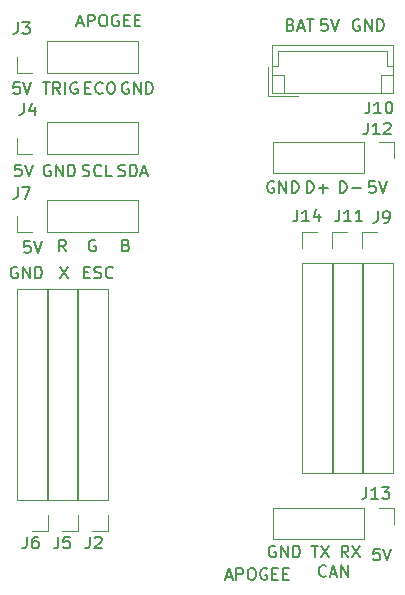
<source format=gbr>
%TF.GenerationSoftware,KiCad,Pcbnew,(6.0.2)*%
%TF.CreationDate,2022-10-19T14:49:45+05:30*%
%TF.ProjectId,header1,68656164-6572-4312-9e6b-696361645f70,rev?*%
%TF.SameCoordinates,Original*%
%TF.FileFunction,Legend,Top*%
%TF.FilePolarity,Positive*%
%FSLAX46Y46*%
G04 Gerber Fmt 4.6, Leading zero omitted, Abs format (unit mm)*
G04 Created by KiCad (PCBNEW (6.0.2)) date 2022-10-19 14:49:45*
%MOMM*%
%LPD*%
G01*
G04 APERTURE LIST*
%ADD10C,0.150000*%
%ADD11C,0.120000*%
G04 APERTURE END LIST*
D10*
X107394523Y-73461571D02*
X107727857Y-73461571D01*
X107870714Y-73985380D02*
X107394523Y-73985380D01*
X107394523Y-72985380D01*
X107870714Y-72985380D01*
X108251666Y-73937761D02*
X108394523Y-73985380D01*
X108632619Y-73985380D01*
X108727857Y-73937761D01*
X108775476Y-73890142D01*
X108823095Y-73794904D01*
X108823095Y-73699666D01*
X108775476Y-73604428D01*
X108727857Y-73556809D01*
X108632619Y-73509190D01*
X108442142Y-73461571D01*
X108346904Y-73413952D01*
X108299285Y-73366333D01*
X108251666Y-73271095D01*
X108251666Y-73175857D01*
X108299285Y-73080619D01*
X108346904Y-73033000D01*
X108442142Y-72985380D01*
X108680238Y-72985380D01*
X108823095Y-73033000D01*
X109823095Y-73890142D02*
X109775476Y-73937761D01*
X109632619Y-73985380D01*
X109537380Y-73985380D01*
X109394523Y-73937761D01*
X109299285Y-73842523D01*
X109251666Y-73747285D01*
X109204047Y-73556809D01*
X109204047Y-73413952D01*
X109251666Y-73223476D01*
X109299285Y-73128238D01*
X109394523Y-73033000D01*
X109537380Y-72985380D01*
X109632619Y-72985380D01*
X109775476Y-73033000D01*
X109823095Y-73080619D01*
X107473904Y-57840571D02*
X107807238Y-57840571D01*
X107950095Y-58364380D02*
X107473904Y-58364380D01*
X107473904Y-57364380D01*
X107950095Y-57364380D01*
X108950095Y-58269142D02*
X108902476Y-58316761D01*
X108759619Y-58364380D01*
X108664380Y-58364380D01*
X108521523Y-58316761D01*
X108426285Y-58221523D01*
X108378666Y-58126285D01*
X108331047Y-57935809D01*
X108331047Y-57792952D01*
X108378666Y-57602476D01*
X108426285Y-57507238D01*
X108521523Y-57412000D01*
X108664380Y-57364380D01*
X108759619Y-57364380D01*
X108902476Y-57412000D01*
X108950095Y-57459619D01*
X109569142Y-57364380D02*
X109759619Y-57364380D01*
X109854857Y-57412000D01*
X109950095Y-57507238D01*
X109997714Y-57697714D01*
X109997714Y-58031047D01*
X109950095Y-58221523D01*
X109854857Y-58316761D01*
X109759619Y-58364380D01*
X109569142Y-58364380D01*
X109473904Y-58316761D01*
X109378666Y-58221523D01*
X109331047Y-58031047D01*
X109331047Y-57697714D01*
X109378666Y-57507238D01*
X109473904Y-57412000D01*
X109569142Y-57364380D01*
X132397523Y-96861380D02*
X131921333Y-96861380D01*
X131873714Y-97337571D01*
X131921333Y-97289952D01*
X132016571Y-97242333D01*
X132254666Y-97242333D01*
X132349904Y-97289952D01*
X132397523Y-97337571D01*
X132445142Y-97432809D01*
X132445142Y-97670904D01*
X132397523Y-97766142D01*
X132349904Y-97813761D01*
X132254666Y-97861380D01*
X132016571Y-97861380D01*
X131921333Y-97813761D01*
X131873714Y-97766142D01*
X132730857Y-96861380D02*
X133064190Y-97861380D01*
X133397523Y-96861380D01*
X130683095Y-52078000D02*
X130587857Y-52030380D01*
X130445000Y-52030380D01*
X130302142Y-52078000D01*
X130206904Y-52173238D01*
X130159285Y-52268476D01*
X130111666Y-52458952D01*
X130111666Y-52601809D01*
X130159285Y-52792285D01*
X130206904Y-52887523D01*
X130302142Y-52982761D01*
X130445000Y-53030380D01*
X130540238Y-53030380D01*
X130683095Y-52982761D01*
X130730714Y-52935142D01*
X130730714Y-52601809D01*
X130540238Y-52601809D01*
X131159285Y-53030380D02*
X131159285Y-52030380D01*
X131730714Y-53030380D01*
X131730714Y-52030380D01*
X132206904Y-53030380D02*
X132206904Y-52030380D01*
X132445000Y-52030380D01*
X132587857Y-52078000D01*
X132683095Y-52173238D01*
X132730714Y-52268476D01*
X132778333Y-52458952D01*
X132778333Y-52601809D01*
X132730714Y-52792285D01*
X132683095Y-52887523D01*
X132587857Y-52982761D01*
X132445000Y-53030380D01*
X132206904Y-53030380D01*
X127952523Y-52030380D02*
X127476333Y-52030380D01*
X127428714Y-52506571D01*
X127476333Y-52458952D01*
X127571571Y-52411333D01*
X127809666Y-52411333D01*
X127904904Y-52458952D01*
X127952523Y-52506571D01*
X128000142Y-52601809D01*
X128000142Y-52839904D01*
X127952523Y-52935142D01*
X127904904Y-52982761D01*
X127809666Y-53030380D01*
X127571571Y-53030380D01*
X127476333Y-52982761D01*
X127428714Y-52935142D01*
X128285857Y-52030380D02*
X128619190Y-53030380D01*
X128952523Y-52030380D01*
X110942428Y-71175571D02*
X111085285Y-71223190D01*
X111132904Y-71270809D01*
X111180523Y-71366047D01*
X111180523Y-71508904D01*
X111132904Y-71604142D01*
X111085285Y-71651761D01*
X110990047Y-71699380D01*
X110609095Y-71699380D01*
X110609095Y-70699380D01*
X110942428Y-70699380D01*
X111037666Y-70747000D01*
X111085285Y-70794619D01*
X111132904Y-70889857D01*
X111132904Y-70985095D01*
X111085285Y-71080333D01*
X111037666Y-71127952D01*
X110942428Y-71175571D01*
X110609095Y-71175571D01*
X106807333Y-52363666D02*
X107283523Y-52363666D01*
X106712095Y-52649380D02*
X107045428Y-51649380D01*
X107378761Y-52649380D01*
X107712095Y-52649380D02*
X107712095Y-51649380D01*
X108093047Y-51649380D01*
X108188285Y-51697000D01*
X108235904Y-51744619D01*
X108283523Y-51839857D01*
X108283523Y-51982714D01*
X108235904Y-52077952D01*
X108188285Y-52125571D01*
X108093047Y-52173190D01*
X107712095Y-52173190D01*
X108902571Y-51649380D02*
X109093047Y-51649380D01*
X109188285Y-51697000D01*
X109283523Y-51792238D01*
X109331142Y-51982714D01*
X109331142Y-52316047D01*
X109283523Y-52506523D01*
X109188285Y-52601761D01*
X109093047Y-52649380D01*
X108902571Y-52649380D01*
X108807333Y-52601761D01*
X108712095Y-52506523D01*
X108664476Y-52316047D01*
X108664476Y-51982714D01*
X108712095Y-51792238D01*
X108807333Y-51697000D01*
X108902571Y-51649380D01*
X110283523Y-51697000D02*
X110188285Y-51649380D01*
X110045428Y-51649380D01*
X109902571Y-51697000D01*
X109807333Y-51792238D01*
X109759714Y-51887476D01*
X109712095Y-52077952D01*
X109712095Y-52220809D01*
X109759714Y-52411285D01*
X109807333Y-52506523D01*
X109902571Y-52601761D01*
X110045428Y-52649380D01*
X110140666Y-52649380D01*
X110283523Y-52601761D01*
X110331142Y-52554142D01*
X110331142Y-52220809D01*
X110140666Y-52220809D01*
X110759714Y-52125571D02*
X111093047Y-52125571D01*
X111235904Y-52649380D02*
X110759714Y-52649380D01*
X110759714Y-51649380D01*
X111235904Y-51649380D01*
X111664476Y-52125571D02*
X111997809Y-52125571D01*
X112140666Y-52649380D02*
X111664476Y-52649380D01*
X111664476Y-51649380D01*
X112140666Y-51649380D01*
X102044523Y-64349380D02*
X101568333Y-64349380D01*
X101520714Y-64825571D01*
X101568333Y-64777952D01*
X101663571Y-64730333D01*
X101901666Y-64730333D01*
X101996904Y-64777952D01*
X102044523Y-64825571D01*
X102092142Y-64920809D01*
X102092142Y-65158904D01*
X102044523Y-65254142D01*
X101996904Y-65301761D01*
X101901666Y-65349380D01*
X101663571Y-65349380D01*
X101568333Y-65301761D01*
X101520714Y-65254142D01*
X102377857Y-64349380D02*
X102711190Y-65349380D01*
X103044523Y-64349380D01*
X123571095Y-96655000D02*
X123475857Y-96607380D01*
X123333000Y-96607380D01*
X123190142Y-96655000D01*
X123094904Y-96750238D01*
X123047285Y-96845476D01*
X122999666Y-97035952D01*
X122999666Y-97178809D01*
X123047285Y-97369285D01*
X123094904Y-97464523D01*
X123190142Y-97559761D01*
X123333000Y-97607380D01*
X123428238Y-97607380D01*
X123571095Y-97559761D01*
X123618714Y-97512142D01*
X123618714Y-97178809D01*
X123428238Y-97178809D01*
X124047285Y-97607380D02*
X124047285Y-96607380D01*
X124618714Y-97607380D01*
X124618714Y-96607380D01*
X125094904Y-97607380D02*
X125094904Y-96607380D01*
X125333000Y-96607380D01*
X125475857Y-96655000D01*
X125571095Y-96750238D01*
X125618714Y-96845476D01*
X125666333Y-97035952D01*
X125666333Y-97178809D01*
X125618714Y-97369285D01*
X125571095Y-97464523D01*
X125475857Y-97559761D01*
X125333000Y-97607380D01*
X125094904Y-97607380D01*
X105846523Y-71699380D02*
X105513190Y-71223190D01*
X105275095Y-71699380D02*
X105275095Y-70699380D01*
X105656047Y-70699380D01*
X105751285Y-70747000D01*
X105798904Y-70794619D01*
X105846523Y-70889857D01*
X105846523Y-71032714D01*
X105798904Y-71127952D01*
X105751285Y-71175571D01*
X105656047Y-71223190D01*
X105275095Y-71223190D01*
X111125095Y-57412000D02*
X111029857Y-57364380D01*
X110887000Y-57364380D01*
X110744142Y-57412000D01*
X110648904Y-57507238D01*
X110601285Y-57602476D01*
X110553666Y-57792952D01*
X110553666Y-57935809D01*
X110601285Y-58126285D01*
X110648904Y-58221523D01*
X110744142Y-58316761D01*
X110887000Y-58364380D01*
X110982238Y-58364380D01*
X111125095Y-58316761D01*
X111172714Y-58269142D01*
X111172714Y-57935809D01*
X110982238Y-57935809D01*
X111601285Y-58364380D02*
X111601285Y-57364380D01*
X112172714Y-58364380D01*
X112172714Y-57364380D01*
X112648904Y-58364380D02*
X112648904Y-57364380D01*
X112887000Y-57364380D01*
X113029857Y-57412000D01*
X113125095Y-57507238D01*
X113172714Y-57602476D01*
X113220333Y-57792952D01*
X113220333Y-57935809D01*
X113172714Y-58126285D01*
X113125095Y-58221523D01*
X113029857Y-58316761D01*
X112887000Y-58364380D01*
X112648904Y-58364380D01*
X127881142Y-99163142D02*
X127833523Y-99210761D01*
X127690666Y-99258380D01*
X127595428Y-99258380D01*
X127452571Y-99210761D01*
X127357333Y-99115523D01*
X127309714Y-99020285D01*
X127262095Y-98829809D01*
X127262095Y-98686952D01*
X127309714Y-98496476D01*
X127357333Y-98401238D01*
X127452571Y-98306000D01*
X127595428Y-98258380D01*
X127690666Y-98258380D01*
X127833523Y-98306000D01*
X127881142Y-98353619D01*
X128262095Y-98972666D02*
X128738285Y-98972666D01*
X128166857Y-99258380D02*
X128500190Y-98258380D01*
X128833523Y-99258380D01*
X129166857Y-99258380D02*
X129166857Y-98258380D01*
X129738285Y-99258380D01*
X129738285Y-98258380D01*
X103886190Y-57364380D02*
X104457619Y-57364380D01*
X104171904Y-58364380D02*
X104171904Y-57364380D01*
X105362380Y-58364380D02*
X105029047Y-57888190D01*
X104790952Y-58364380D02*
X104790952Y-57364380D01*
X105171904Y-57364380D01*
X105267142Y-57412000D01*
X105314761Y-57459619D01*
X105362380Y-57554857D01*
X105362380Y-57697714D01*
X105314761Y-57792952D01*
X105267142Y-57840571D01*
X105171904Y-57888190D01*
X104790952Y-57888190D01*
X105790952Y-58364380D02*
X105790952Y-57364380D01*
X106790952Y-57412000D02*
X106695714Y-57364380D01*
X106552857Y-57364380D01*
X106410000Y-57412000D01*
X106314761Y-57507238D01*
X106267142Y-57602476D01*
X106219523Y-57792952D01*
X106219523Y-57935809D01*
X106267142Y-58126285D01*
X106314761Y-58221523D01*
X106410000Y-58316761D01*
X106552857Y-58364380D01*
X106648095Y-58364380D01*
X106790952Y-58316761D01*
X106838571Y-58269142D01*
X106838571Y-57935809D01*
X106648095Y-57935809D01*
X104521095Y-64397000D02*
X104425857Y-64349380D01*
X104283000Y-64349380D01*
X104140142Y-64397000D01*
X104044904Y-64492238D01*
X103997285Y-64587476D01*
X103949666Y-64777952D01*
X103949666Y-64920809D01*
X103997285Y-65111285D01*
X104044904Y-65206523D01*
X104140142Y-65301761D01*
X104283000Y-65349380D01*
X104378238Y-65349380D01*
X104521095Y-65301761D01*
X104568714Y-65254142D01*
X104568714Y-64920809D01*
X104378238Y-64920809D01*
X104997285Y-65349380D02*
X104997285Y-64349380D01*
X105568714Y-65349380D01*
X105568714Y-64349380D01*
X106044904Y-65349380D02*
X106044904Y-64349380D01*
X106283000Y-64349380D01*
X106425857Y-64397000D01*
X106521095Y-64492238D01*
X106568714Y-64587476D01*
X106616333Y-64777952D01*
X106616333Y-64920809D01*
X106568714Y-65111285D01*
X106521095Y-65206523D01*
X106425857Y-65301761D01*
X106283000Y-65349380D01*
X106044904Y-65349380D01*
X126246047Y-66746380D02*
X126246047Y-65746380D01*
X126484142Y-65746380D01*
X126627000Y-65794000D01*
X126722238Y-65889238D01*
X126769857Y-65984476D01*
X126817476Y-66174952D01*
X126817476Y-66317809D01*
X126769857Y-66508285D01*
X126722238Y-66603523D01*
X126627000Y-66698761D01*
X126484142Y-66746380D01*
X126246047Y-66746380D01*
X127246047Y-66365428D02*
X128007952Y-66365428D01*
X127627000Y-66746380D02*
X127627000Y-65984476D01*
X101727095Y-73033000D02*
X101631857Y-72985380D01*
X101489000Y-72985380D01*
X101346142Y-73033000D01*
X101250904Y-73128238D01*
X101203285Y-73223476D01*
X101155666Y-73413952D01*
X101155666Y-73556809D01*
X101203285Y-73747285D01*
X101250904Y-73842523D01*
X101346142Y-73937761D01*
X101489000Y-73985380D01*
X101584238Y-73985380D01*
X101727095Y-73937761D01*
X101774714Y-73890142D01*
X101774714Y-73556809D01*
X101584238Y-73556809D01*
X102203285Y-73985380D02*
X102203285Y-72985380D01*
X102774714Y-73985380D01*
X102774714Y-72985380D01*
X103250904Y-73985380D02*
X103250904Y-72985380D01*
X103489000Y-72985380D01*
X103631857Y-73033000D01*
X103727095Y-73128238D01*
X103774714Y-73223476D01*
X103822333Y-73413952D01*
X103822333Y-73556809D01*
X103774714Y-73747285D01*
X103727095Y-73842523D01*
X103631857Y-73937761D01*
X103489000Y-73985380D01*
X103250904Y-73985380D01*
X110291714Y-65301761D02*
X110434571Y-65349380D01*
X110672666Y-65349380D01*
X110767904Y-65301761D01*
X110815523Y-65254142D01*
X110863142Y-65158904D01*
X110863142Y-65063666D01*
X110815523Y-64968428D01*
X110767904Y-64920809D01*
X110672666Y-64873190D01*
X110482190Y-64825571D01*
X110386952Y-64777952D01*
X110339333Y-64730333D01*
X110291714Y-64635095D01*
X110291714Y-64539857D01*
X110339333Y-64444619D01*
X110386952Y-64397000D01*
X110482190Y-64349380D01*
X110720285Y-64349380D01*
X110863142Y-64397000D01*
X111291714Y-65349380D02*
X111291714Y-64349380D01*
X111529809Y-64349380D01*
X111672666Y-64397000D01*
X111767904Y-64492238D01*
X111815523Y-64587476D01*
X111863142Y-64777952D01*
X111863142Y-64920809D01*
X111815523Y-65111285D01*
X111767904Y-65206523D01*
X111672666Y-65301761D01*
X111529809Y-65349380D01*
X111291714Y-65349380D01*
X112244095Y-65063666D02*
X112720285Y-65063666D01*
X112148857Y-65349380D02*
X112482190Y-64349380D01*
X112815523Y-65349380D01*
X132016523Y-65746380D02*
X131540333Y-65746380D01*
X131492714Y-66222571D01*
X131540333Y-66174952D01*
X131635571Y-66127333D01*
X131873666Y-66127333D01*
X131968904Y-66174952D01*
X132016523Y-66222571D01*
X132064142Y-66317809D01*
X132064142Y-66555904D01*
X132016523Y-66651142D01*
X131968904Y-66698761D01*
X131873666Y-66746380D01*
X131635571Y-66746380D01*
X131540333Y-66698761D01*
X131492714Y-66651142D01*
X132349857Y-65746380D02*
X132683190Y-66746380D01*
X133016523Y-65746380D01*
X129754333Y-97607380D02*
X129421000Y-97131190D01*
X129182904Y-97607380D02*
X129182904Y-96607380D01*
X129563857Y-96607380D01*
X129659095Y-96655000D01*
X129706714Y-96702619D01*
X129754333Y-96797857D01*
X129754333Y-96940714D01*
X129706714Y-97035952D01*
X129659095Y-97083571D01*
X129563857Y-97131190D01*
X129182904Y-97131190D01*
X130087666Y-96607380D02*
X130754333Y-97607380D01*
X130754333Y-96607380D02*
X130087666Y-97607380D01*
X124864904Y-52506571D02*
X125007761Y-52554190D01*
X125055380Y-52601809D01*
X125103000Y-52697047D01*
X125103000Y-52839904D01*
X125055380Y-52935142D01*
X125007761Y-52982761D01*
X124912523Y-53030380D01*
X124531571Y-53030380D01*
X124531571Y-52030380D01*
X124864904Y-52030380D01*
X124960142Y-52078000D01*
X125007761Y-52125619D01*
X125055380Y-52220857D01*
X125055380Y-52316095D01*
X125007761Y-52411333D01*
X124960142Y-52458952D01*
X124864904Y-52506571D01*
X124531571Y-52506571D01*
X125483952Y-52744666D02*
X125960142Y-52744666D01*
X125388714Y-53030380D02*
X125722047Y-52030380D01*
X126055380Y-53030380D01*
X126245857Y-52030380D02*
X126817285Y-52030380D01*
X126531571Y-53030380D02*
X126531571Y-52030380D01*
X108338904Y-70747000D02*
X108243666Y-70699380D01*
X108100809Y-70699380D01*
X107957952Y-70747000D01*
X107862714Y-70842238D01*
X107815095Y-70937476D01*
X107767476Y-71127952D01*
X107767476Y-71270809D01*
X107815095Y-71461285D01*
X107862714Y-71556523D01*
X107957952Y-71651761D01*
X108100809Y-71699380D01*
X108196047Y-71699380D01*
X108338904Y-71651761D01*
X108386523Y-71604142D01*
X108386523Y-71270809D01*
X108196047Y-71270809D01*
X126619095Y-96607380D02*
X127190523Y-96607380D01*
X126904809Y-97607380D02*
X126904809Y-96607380D01*
X127428619Y-96607380D02*
X128095285Y-97607380D01*
X128095285Y-96607380D02*
X127428619Y-97607380D01*
X102806523Y-70826380D02*
X102330333Y-70826380D01*
X102282714Y-71302571D01*
X102330333Y-71254952D01*
X102425571Y-71207333D01*
X102663666Y-71207333D01*
X102758904Y-71254952D01*
X102806523Y-71302571D01*
X102854142Y-71397809D01*
X102854142Y-71635904D01*
X102806523Y-71731142D01*
X102758904Y-71778761D01*
X102663666Y-71826380D01*
X102425571Y-71826380D01*
X102330333Y-71778761D01*
X102282714Y-71731142D01*
X103139857Y-70826380D02*
X103473190Y-71826380D01*
X103806523Y-70826380D01*
X119380333Y-99226666D02*
X119856523Y-99226666D01*
X119285095Y-99512380D02*
X119618428Y-98512380D01*
X119951761Y-99512380D01*
X120285095Y-99512380D02*
X120285095Y-98512380D01*
X120666047Y-98512380D01*
X120761285Y-98560000D01*
X120808904Y-98607619D01*
X120856523Y-98702857D01*
X120856523Y-98845714D01*
X120808904Y-98940952D01*
X120761285Y-98988571D01*
X120666047Y-99036190D01*
X120285095Y-99036190D01*
X121475571Y-98512380D02*
X121666047Y-98512380D01*
X121761285Y-98560000D01*
X121856523Y-98655238D01*
X121904142Y-98845714D01*
X121904142Y-99179047D01*
X121856523Y-99369523D01*
X121761285Y-99464761D01*
X121666047Y-99512380D01*
X121475571Y-99512380D01*
X121380333Y-99464761D01*
X121285095Y-99369523D01*
X121237476Y-99179047D01*
X121237476Y-98845714D01*
X121285095Y-98655238D01*
X121380333Y-98560000D01*
X121475571Y-98512380D01*
X122856523Y-98560000D02*
X122761285Y-98512380D01*
X122618428Y-98512380D01*
X122475571Y-98560000D01*
X122380333Y-98655238D01*
X122332714Y-98750476D01*
X122285095Y-98940952D01*
X122285095Y-99083809D01*
X122332714Y-99274285D01*
X122380333Y-99369523D01*
X122475571Y-99464761D01*
X122618428Y-99512380D01*
X122713666Y-99512380D01*
X122856523Y-99464761D01*
X122904142Y-99417142D01*
X122904142Y-99083809D01*
X122713666Y-99083809D01*
X123332714Y-98988571D02*
X123666047Y-98988571D01*
X123808904Y-99512380D02*
X123332714Y-99512380D01*
X123332714Y-98512380D01*
X123808904Y-98512380D01*
X124237476Y-98988571D02*
X124570809Y-98988571D01*
X124713666Y-99512380D02*
X124237476Y-99512380D01*
X124237476Y-98512380D01*
X124713666Y-98512380D01*
X105330666Y-72985380D02*
X105997333Y-73985380D01*
X105997333Y-72985380D02*
X105330666Y-73985380D01*
X107267523Y-65301761D02*
X107410380Y-65349380D01*
X107648476Y-65349380D01*
X107743714Y-65301761D01*
X107791333Y-65254142D01*
X107838952Y-65158904D01*
X107838952Y-65063666D01*
X107791333Y-64968428D01*
X107743714Y-64920809D01*
X107648476Y-64873190D01*
X107458000Y-64825571D01*
X107362761Y-64777952D01*
X107315142Y-64730333D01*
X107267523Y-64635095D01*
X107267523Y-64539857D01*
X107315142Y-64444619D01*
X107362761Y-64397000D01*
X107458000Y-64349380D01*
X107696095Y-64349380D01*
X107838952Y-64397000D01*
X108838952Y-65254142D02*
X108791333Y-65301761D01*
X108648476Y-65349380D01*
X108553238Y-65349380D01*
X108410380Y-65301761D01*
X108315142Y-65206523D01*
X108267523Y-65111285D01*
X108219904Y-64920809D01*
X108219904Y-64777952D01*
X108267523Y-64587476D01*
X108315142Y-64492238D01*
X108410380Y-64397000D01*
X108553238Y-64349380D01*
X108648476Y-64349380D01*
X108791333Y-64397000D01*
X108838952Y-64444619D01*
X109743714Y-65349380D02*
X109267523Y-65349380D01*
X109267523Y-64349380D01*
X129040047Y-66746380D02*
X129040047Y-65746380D01*
X129278142Y-65746380D01*
X129421000Y-65794000D01*
X129516238Y-65889238D01*
X129563857Y-65984476D01*
X129611476Y-66174952D01*
X129611476Y-66317809D01*
X129563857Y-66508285D01*
X129516238Y-66603523D01*
X129421000Y-66698761D01*
X129278142Y-66746380D01*
X129040047Y-66746380D01*
X130040047Y-66365428D02*
X130801952Y-66365428D01*
X101917523Y-57364380D02*
X101441333Y-57364380D01*
X101393714Y-57840571D01*
X101441333Y-57792952D01*
X101536571Y-57745333D01*
X101774666Y-57745333D01*
X101869904Y-57792952D01*
X101917523Y-57840571D01*
X101965142Y-57935809D01*
X101965142Y-58173904D01*
X101917523Y-58269142D01*
X101869904Y-58316761D01*
X101774666Y-58364380D01*
X101536571Y-58364380D01*
X101441333Y-58316761D01*
X101393714Y-58269142D01*
X102250857Y-57364380D02*
X102584190Y-58364380D01*
X102917523Y-57364380D01*
X123444095Y-65794000D02*
X123348857Y-65746380D01*
X123206000Y-65746380D01*
X123063142Y-65794000D01*
X122967904Y-65889238D01*
X122920285Y-65984476D01*
X122872666Y-66174952D01*
X122872666Y-66317809D01*
X122920285Y-66508285D01*
X122967904Y-66603523D01*
X123063142Y-66698761D01*
X123206000Y-66746380D01*
X123301238Y-66746380D01*
X123444095Y-66698761D01*
X123491714Y-66651142D01*
X123491714Y-66317809D01*
X123301238Y-66317809D01*
X123920285Y-66746380D02*
X123920285Y-65746380D01*
X124491714Y-66746380D01*
X124491714Y-65746380D01*
X124967904Y-66746380D02*
X124967904Y-65746380D01*
X125206000Y-65746380D01*
X125348857Y-65794000D01*
X125444095Y-65889238D01*
X125491714Y-65984476D01*
X125539333Y-66174952D01*
X125539333Y-66317809D01*
X125491714Y-66508285D01*
X125444095Y-66603523D01*
X125348857Y-66698761D01*
X125206000Y-66746380D01*
X124967904Y-66746380D01*
%TO.C,J13*%
X131270476Y-91654380D02*
X131270476Y-92368666D01*
X131222857Y-92511523D01*
X131127619Y-92606761D01*
X130984761Y-92654380D01*
X130889523Y-92654380D01*
X132270476Y-92654380D02*
X131699047Y-92654380D01*
X131984761Y-92654380D02*
X131984761Y-91654380D01*
X131889523Y-91797238D01*
X131794285Y-91892476D01*
X131699047Y-91940095D01*
X132603809Y-91654380D02*
X133222857Y-91654380D01*
X132889523Y-92035333D01*
X133032380Y-92035333D01*
X133127619Y-92082952D01*
X133175238Y-92130571D01*
X133222857Y-92225809D01*
X133222857Y-92463904D01*
X133175238Y-92559142D01*
X133127619Y-92606761D01*
X133032380Y-92654380D01*
X132746666Y-92654380D01*
X132651428Y-92606761D01*
X132603809Y-92559142D01*
%TO.C,J7*%
X101774666Y-66254380D02*
X101774666Y-66968666D01*
X101727047Y-67111523D01*
X101631809Y-67206761D01*
X101488952Y-67254380D01*
X101393714Y-67254380D01*
X102155619Y-66254380D02*
X102822285Y-66254380D01*
X102393714Y-67254380D01*
%TO.C,J11*%
X128984476Y-68159380D02*
X128984476Y-68873666D01*
X128936857Y-69016523D01*
X128841619Y-69111761D01*
X128698761Y-69159380D01*
X128603523Y-69159380D01*
X129984476Y-69159380D02*
X129413047Y-69159380D01*
X129698761Y-69159380D02*
X129698761Y-68159380D01*
X129603523Y-68302238D01*
X129508285Y-68397476D01*
X129413047Y-68445095D01*
X130936857Y-69159380D02*
X130365428Y-69159380D01*
X130651142Y-69159380D02*
X130651142Y-68159380D01*
X130555904Y-68302238D01*
X130460666Y-68397476D01*
X130365428Y-68445095D01*
%TO.C,J12*%
X131397476Y-60793380D02*
X131397476Y-61507666D01*
X131349857Y-61650523D01*
X131254619Y-61745761D01*
X131111761Y-61793380D01*
X131016523Y-61793380D01*
X132397476Y-61793380D02*
X131826047Y-61793380D01*
X132111761Y-61793380D02*
X132111761Y-60793380D01*
X132016523Y-60936238D01*
X131921285Y-61031476D01*
X131826047Y-61079095D01*
X132778428Y-60888619D02*
X132826047Y-60841000D01*
X132921285Y-60793380D01*
X133159380Y-60793380D01*
X133254619Y-60841000D01*
X133302238Y-60888619D01*
X133349857Y-60983857D01*
X133349857Y-61079095D01*
X133302238Y-61221952D01*
X132730809Y-61793380D01*
X133349857Y-61793380D01*
%TO.C,J3*%
X101774666Y-52284380D02*
X101774666Y-52998666D01*
X101727047Y-53141523D01*
X101631809Y-53236761D01*
X101488952Y-53284380D01*
X101393714Y-53284380D01*
X102155619Y-52284380D02*
X102774666Y-52284380D01*
X102441333Y-52665333D01*
X102584190Y-52665333D01*
X102679428Y-52712952D01*
X102727047Y-52760571D01*
X102774666Y-52855809D01*
X102774666Y-53093904D01*
X102727047Y-53189142D01*
X102679428Y-53236761D01*
X102584190Y-53284380D01*
X102298476Y-53284380D01*
X102203238Y-53236761D01*
X102155619Y-53189142D01*
%TO.C,J10*%
X131524476Y-59015380D02*
X131524476Y-59729666D01*
X131476857Y-59872523D01*
X131381619Y-59967761D01*
X131238761Y-60015380D01*
X131143523Y-60015380D01*
X132524476Y-60015380D02*
X131953047Y-60015380D01*
X132238761Y-60015380D02*
X132238761Y-59015380D01*
X132143523Y-59158238D01*
X132048285Y-59253476D01*
X131953047Y-59301095D01*
X133143523Y-59015380D02*
X133238761Y-59015380D01*
X133334000Y-59063000D01*
X133381619Y-59110619D01*
X133429238Y-59205857D01*
X133476857Y-59396333D01*
X133476857Y-59634428D01*
X133429238Y-59824904D01*
X133381619Y-59920142D01*
X133334000Y-59967761D01*
X133238761Y-60015380D01*
X133143523Y-60015380D01*
X133048285Y-59967761D01*
X133000666Y-59920142D01*
X132953047Y-59824904D01*
X132905428Y-59634428D01*
X132905428Y-59396333D01*
X132953047Y-59205857D01*
X133000666Y-59110619D01*
X133048285Y-59063000D01*
X133143523Y-59015380D01*
%TO.C,J2*%
X107870666Y-95845380D02*
X107870666Y-96559666D01*
X107823047Y-96702523D01*
X107727809Y-96797761D01*
X107584952Y-96845380D01*
X107489714Y-96845380D01*
X108299238Y-95940619D02*
X108346857Y-95893000D01*
X108442095Y-95845380D01*
X108680190Y-95845380D01*
X108775428Y-95893000D01*
X108823047Y-95940619D01*
X108870666Y-96035857D01*
X108870666Y-96131095D01*
X108823047Y-96273952D01*
X108251619Y-96845380D01*
X108870666Y-96845380D01*
%TO.C,J6*%
X102536666Y-95845380D02*
X102536666Y-96559666D01*
X102489047Y-96702523D01*
X102393809Y-96797761D01*
X102250952Y-96845380D01*
X102155714Y-96845380D01*
X103441428Y-95845380D02*
X103250952Y-95845380D01*
X103155714Y-95893000D01*
X103108095Y-95940619D01*
X103012857Y-96083476D01*
X102965238Y-96273952D01*
X102965238Y-96654904D01*
X103012857Y-96750142D01*
X103060476Y-96797761D01*
X103155714Y-96845380D01*
X103346190Y-96845380D01*
X103441428Y-96797761D01*
X103489047Y-96750142D01*
X103536666Y-96654904D01*
X103536666Y-96416809D01*
X103489047Y-96321571D01*
X103441428Y-96273952D01*
X103346190Y-96226333D01*
X103155714Y-96226333D01*
X103060476Y-96273952D01*
X103012857Y-96321571D01*
X102965238Y-96416809D01*
%TO.C,J14*%
X125428476Y-68159380D02*
X125428476Y-68873666D01*
X125380857Y-69016523D01*
X125285619Y-69111761D01*
X125142761Y-69159380D01*
X125047523Y-69159380D01*
X126428476Y-69159380D02*
X125857047Y-69159380D01*
X126142761Y-69159380D02*
X126142761Y-68159380D01*
X126047523Y-68302238D01*
X125952285Y-68397476D01*
X125857047Y-68445095D01*
X127285619Y-68492714D02*
X127285619Y-69159380D01*
X127047523Y-68111761D02*
X126809428Y-68826047D01*
X127428476Y-68826047D01*
%TO.C,J4*%
X102282666Y-59142380D02*
X102282666Y-59856666D01*
X102235047Y-59999523D01*
X102139809Y-60094761D01*
X101996952Y-60142380D01*
X101901714Y-60142380D01*
X103187428Y-59475714D02*
X103187428Y-60142380D01*
X102949333Y-59094761D02*
X102711238Y-59809047D01*
X103330285Y-59809047D01*
%TO.C,J5*%
X105203666Y-95845380D02*
X105203666Y-96559666D01*
X105156047Y-96702523D01*
X105060809Y-96797761D01*
X104917952Y-96845380D01*
X104822714Y-96845380D01*
X106156047Y-95845380D02*
X105679857Y-95845380D01*
X105632238Y-96321571D01*
X105679857Y-96273952D01*
X105775095Y-96226333D01*
X106013190Y-96226333D01*
X106108428Y-96273952D01*
X106156047Y-96321571D01*
X106203666Y-96416809D01*
X106203666Y-96654904D01*
X106156047Y-96750142D01*
X106108428Y-96797761D01*
X106013190Y-96845380D01*
X105775095Y-96845380D01*
X105679857Y-96797761D01*
X105632238Y-96750142D01*
%TO.C,J9*%
X132254666Y-68286380D02*
X132254666Y-69000666D01*
X132207047Y-69143523D01*
X132111809Y-69238761D01*
X131968952Y-69286380D01*
X131873714Y-69286380D01*
X132778476Y-69286380D02*
X132968952Y-69286380D01*
X133064190Y-69238761D01*
X133111809Y-69191142D01*
X133207047Y-69048285D01*
X133254666Y-68857809D01*
X133254666Y-68476857D01*
X133207047Y-68381619D01*
X133159428Y-68334000D01*
X133064190Y-68286380D01*
X132873714Y-68286380D01*
X132778476Y-68334000D01*
X132730857Y-68381619D01*
X132683238Y-68476857D01*
X132683238Y-68714952D01*
X132730857Y-68810190D01*
X132778476Y-68857809D01*
X132873714Y-68905428D01*
X133064190Y-68905428D01*
X133159428Y-68857809D01*
X133207047Y-68810190D01*
X133254666Y-68714952D01*
D11*
%TO.C,J13*%
X133654000Y-93412000D02*
X133654000Y-94742000D01*
X132324000Y-93412000D02*
X133654000Y-93412000D01*
X123374000Y-93412000D02*
X123374000Y-96072000D01*
X131054000Y-93412000D02*
X131054000Y-96072000D01*
X131054000Y-93412000D02*
X123374000Y-93412000D01*
X131054000Y-96072000D02*
X123374000Y-96072000D01*
%TO.C,J7*%
X104270000Y-70037000D02*
X104270000Y-67377000D01*
X101670000Y-70037000D02*
X101670000Y-68707000D01*
X104270000Y-70037000D02*
X111950000Y-70037000D01*
X111950000Y-70037000D02*
X111950000Y-67377000D01*
X103000000Y-70037000D02*
X101670000Y-70037000D01*
X104270000Y-67377000D02*
X111950000Y-67377000D01*
%TO.C,J11*%
X130997000Y-72644000D02*
X130997000Y-90484000D01*
X128337000Y-72644000D02*
X130997000Y-72644000D01*
X128337000Y-90484000D02*
X130997000Y-90484000D01*
X128337000Y-71374000D02*
X128337000Y-70044000D01*
X128337000Y-72644000D02*
X128337000Y-90484000D01*
X128337000Y-70044000D02*
X129667000Y-70044000D01*
%TO.C,J12*%
X131054000Y-62424000D02*
X131054000Y-65084000D01*
X132324000Y-62424000D02*
X133654000Y-62424000D01*
X131054000Y-62424000D02*
X123374000Y-62424000D01*
X133654000Y-62424000D02*
X133654000Y-63754000D01*
X131054000Y-65084000D02*
X123374000Y-65084000D01*
X123374000Y-62424000D02*
X123374000Y-65084000D01*
%TO.C,J3*%
X103000000Y-56575000D02*
X101670000Y-56575000D01*
X104270000Y-53915000D02*
X111950000Y-53915000D01*
X104270000Y-56575000D02*
X111950000Y-56575000D01*
X111950000Y-56575000D02*
X111950000Y-53915000D01*
X101670000Y-56575000D02*
X101670000Y-55245000D01*
X104270000Y-56575000D02*
X104270000Y-53915000D01*
%TO.C,J10*%
X123787000Y-54751000D02*
X133007000Y-54751000D01*
X122987000Y-58571000D02*
X125487000Y-58571000D01*
X124287000Y-56771000D02*
X124287000Y-58271000D01*
X123287000Y-56771000D02*
X124287000Y-56771000D01*
X133007000Y-54751000D02*
X133007000Y-55961000D01*
X133007000Y-55961000D02*
X133507000Y-55961000D01*
X133507000Y-56771000D02*
X132507000Y-56771000D01*
X123287000Y-58271000D02*
X133507000Y-58271000D01*
X122987000Y-56071000D02*
X122987000Y-58571000D01*
X123287000Y-55961000D02*
X123787000Y-55961000D01*
X132507000Y-56771000D02*
X132507000Y-58271000D01*
X133507000Y-58271000D02*
X133507000Y-54251000D01*
X123287000Y-54251000D02*
X123287000Y-58271000D01*
X123787000Y-55961000D02*
X123787000Y-54751000D01*
X133507000Y-54251000D02*
X123287000Y-54251000D01*
%TO.C,J2*%
X106750000Y-92730000D02*
X106750000Y-74890000D01*
X109410000Y-94000000D02*
X109410000Y-95330000D01*
X109410000Y-92730000D02*
X106750000Y-92730000D01*
X109410000Y-95330000D02*
X108080000Y-95330000D01*
X109410000Y-92730000D02*
X109410000Y-74890000D01*
X109410000Y-74890000D02*
X106750000Y-74890000D01*
%TO.C,J6*%
X104330000Y-92730000D02*
X104330000Y-74890000D01*
X101670000Y-92730000D02*
X101670000Y-74890000D01*
X104330000Y-95330000D02*
X103000000Y-95330000D01*
X104330000Y-74890000D02*
X101670000Y-74890000D01*
X104330000Y-92730000D02*
X101670000Y-92730000D01*
X104330000Y-94000000D02*
X104330000Y-95330000D01*
%TO.C,J14*%
X125797000Y-72644000D02*
X128457000Y-72644000D01*
X125797000Y-71374000D02*
X125797000Y-70044000D01*
X125797000Y-72644000D02*
X125797000Y-90484000D01*
X128457000Y-72644000D02*
X128457000Y-90484000D01*
X125797000Y-90484000D02*
X128457000Y-90484000D01*
X125797000Y-70044000D02*
X127127000Y-70044000D01*
%TO.C,J4*%
X103000000Y-63433000D02*
X101670000Y-63433000D01*
X104270000Y-60773000D02*
X111950000Y-60773000D01*
X104270000Y-63433000D02*
X104270000Y-60773000D01*
X101670000Y-63433000D02*
X101670000Y-62103000D01*
X104270000Y-63433000D02*
X111950000Y-63433000D01*
X111950000Y-63433000D02*
X111950000Y-60773000D01*
%TO.C,J5*%
X106870000Y-95330000D02*
X105540000Y-95330000D01*
X106870000Y-74890000D02*
X104210000Y-74890000D01*
X106870000Y-94000000D02*
X106870000Y-95330000D01*
X106870000Y-92730000D02*
X106870000Y-74890000D01*
X106870000Y-92730000D02*
X104210000Y-92730000D01*
X104210000Y-92730000D02*
X104210000Y-74890000D01*
%TO.C,J9*%
X133537000Y-72644000D02*
X133537000Y-90484000D01*
X130877000Y-72644000D02*
X133537000Y-72644000D01*
X130877000Y-71374000D02*
X130877000Y-70044000D01*
X130877000Y-70044000D02*
X132207000Y-70044000D01*
X130877000Y-72644000D02*
X130877000Y-90484000D01*
X130877000Y-90484000D02*
X133537000Y-90484000D01*
%TD*%
M02*

</source>
